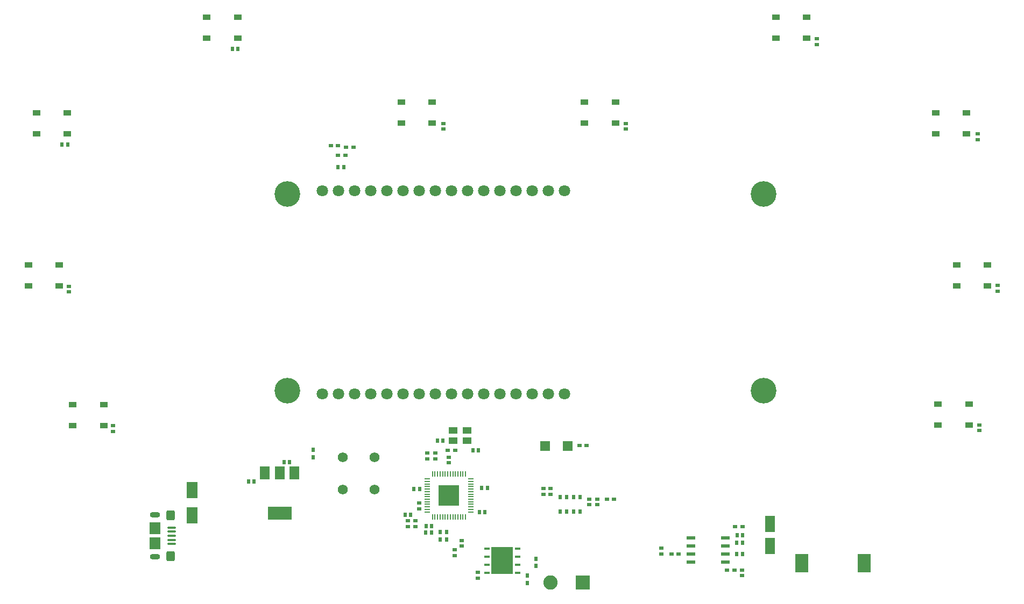
<source format=gbr>
%TF.GenerationSoftware,Altium Limited,Altium Designer,24.6.1 (21)*%
G04 Layer_Color=255*
%FSLAX45Y45*%
%MOMM*%
%TF.SameCoordinates,D6E34864-ACFE-43FA-A01B-F9739AC3D18D*%
%TF.FilePolarity,Positive*%
%TF.FileFunction,Pads,Top*%
%TF.Part,Single*%
G01*
G75*
%TA.AperFunction,SMDPad,CuDef*%
%ADD10R,0.17780X0.81280*%
%ADD11R,0.60000X0.75000*%
%ADD12R,0.60000X0.64000*%
%ADD13R,0.64000X0.60000*%
%ADD14R,0.75000X0.60000*%
%ADD15R,1.46050X0.55880*%
%ADD16R,1.60000X2.50000*%
%ADD17R,2.00000X3.00000*%
%ADD18R,1.24460X0.93980*%
%ADD19O,1.35000X0.40000*%
%ADD20R,1.80000X1.90000*%
G04:AMPARAMS|DCode=21|XSize=1.6mm|YSize=1.4mm|CornerRadius=0.35mm|HoleSize=0mm|Usage=FLASHONLY|Rotation=90.000|XOffset=0mm|YOffset=0mm|HoleType=Round|Shape=RoundedRectangle|*
%AMROUNDEDRECTD21*
21,1,1.60000,0.70000,0,0,90.0*
21,1,0.90000,1.40000,0,0,90.0*
1,1,0.70000,0.35000,0.45000*
1,1,0.70000,0.35000,-0.45000*
1,1,0.70000,-0.35000,-0.45000*
1,1,0.70000,-0.35000,0.45000*
%
%ADD21ROUNDEDRECTD21*%
%ADD22R,1.70000X2.50000*%
%ADD23R,1.50000X2.00000*%
%ADD24R,3.80000X2.00000*%
%ADD25R,0.81280X0.17780*%
%ADD26R,3.20040X3.20040*%
%ADD27R,0.96000X0.44000*%
%ADD28R,3.40000X4.30000*%
%ADD29R,1.50000X1.60000*%
%ADD30R,0.60960X0.71120*%
%ADD31R,1.40000X1.10000*%
%TA.AperFunction,ComponentPad*%
%ADD36C,4.05000*%
%ADD37C,1.80000*%
%ADD38O,1.60000X0.90000*%
%ADD39C,1.57480*%
%ADD40C,2.25000*%
%ADD41R,2.25000X2.25000*%
D10*
X-1098390Y4535650D02*
D03*
X-1298390D02*
D03*
X-1178390Y5216370D02*
D03*
X-858390D02*
D03*
X-898390D02*
D03*
X-938390D02*
D03*
X-978390D02*
D03*
X-1018390D02*
D03*
X-1058390D02*
D03*
X-1138390D02*
D03*
X-1218390D02*
D03*
X-1258390D02*
D03*
X-1298390D02*
D03*
X-1338390D02*
D03*
X-1378390D02*
D03*
Y4535650D02*
D03*
X-1338390D02*
D03*
X-1258390D02*
D03*
X-1218390D02*
D03*
X-1178390D02*
D03*
X-1138390D02*
D03*
X-1058390D02*
D03*
X-1018390D02*
D03*
X-978390D02*
D03*
X-938390D02*
D03*
X-898390D02*
D03*
X-858390D02*
D03*
X-1098390Y5216370D02*
D03*
D11*
X-1155700Y4299300D02*
D03*
Y4184300D02*
D03*
X-1257300Y4299300D02*
D03*
Y4184300D02*
D03*
X-3251990Y5478910D02*
D03*
Y5593910D02*
D03*
X113510Y3497710D02*
D03*
Y3612710D02*
D03*
X253210Y3764410D02*
D03*
Y3879410D02*
D03*
D12*
X-1397000Y4292600D02*
D03*
X-1485000D02*
D03*
X-1391100Y4394200D02*
D03*
X-1479100D02*
D03*
X3497610Y3948910D02*
D03*
X3409610D02*
D03*
X3497610Y4126710D02*
D03*
X3409610D02*
D03*
X3502087Y4244910D02*
D03*
X3414087D02*
D03*
X-4527890Y11911810D02*
D03*
X-4439890D02*
D03*
X-7207590Y10400510D02*
D03*
X-7119590D02*
D03*
X-4275689Y5097610D02*
D03*
X-4187689D02*
D03*
X-3714300Y5397500D02*
D03*
X-3626300D02*
D03*
X-655290Y5587210D02*
D03*
X-743290D02*
D03*
X-1302090Y5739610D02*
D03*
X-1214090D02*
D03*
X-1670390Y4977610D02*
D03*
X-1582390D02*
D03*
X-1809300Y4572000D02*
D03*
X-1721300D02*
D03*
X-603590Y4990310D02*
D03*
X-515590D02*
D03*
X-2864190Y10044910D02*
D03*
X-2776190D02*
D03*
X-641690Y4609310D02*
D03*
X-553690D02*
D03*
D13*
X2221710Y3955710D02*
D03*
Y4043710D02*
D03*
X3491710Y3612810D02*
D03*
Y3700810D02*
D03*
X7225510Y5898810D02*
D03*
Y5986810D02*
D03*
X7517610Y8095910D02*
D03*
Y8183910D02*
D03*
X7200110Y10483510D02*
D03*
Y10571510D02*
D03*
X4672810Y11982110D02*
D03*
Y12070110D02*
D03*
X1662910Y10648610D02*
D03*
Y10736610D02*
D03*
X-1207290Y10648610D02*
D03*
Y10736610D02*
D03*
X-7100090Y8083210D02*
D03*
Y8171210D02*
D03*
X-1118390Y5478810D02*
D03*
Y5390810D02*
D03*
X-1334290Y5454310D02*
D03*
Y5542310D02*
D03*
X-1461290D02*
D03*
Y5454310D02*
D03*
X-1588290Y4754910D02*
D03*
Y4666910D02*
D03*
X-1765300Y4476300D02*
D03*
Y4388300D02*
D03*
X-1651000D02*
D03*
Y4476300D02*
D03*
X-1028700Y3931100D02*
D03*
Y4019100D02*
D03*
X-922683Y4076110D02*
D03*
Y4164111D02*
D03*
X-661190Y3662710D02*
D03*
Y3574710D02*
D03*
X1218410Y4730410D02*
D03*
Y4818410D02*
D03*
X1091410Y4818410D02*
D03*
Y4730410D02*
D03*
X481810Y4983510D02*
D03*
Y4895510D02*
D03*
X367510Y4895510D02*
D03*
Y4983510D02*
D03*
X-6401590Y5974110D02*
D03*
Y5886110D02*
D03*
D14*
X2495110Y3948910D02*
D03*
X2380110D02*
D03*
X3256410Y3694910D02*
D03*
X3371410D02*
D03*
X3498410Y4380710D02*
D03*
X3383410D02*
D03*
X-1137790Y5587210D02*
D03*
X-1022790D02*
D03*
X932310Y5663410D02*
D03*
X1047310D02*
D03*
X1479110Y4812510D02*
D03*
X1364110D02*
D03*
X-2749990Y10235410D02*
D03*
X-2864990D02*
D03*
X-2622990Y10362410D02*
D03*
X-2737990D02*
D03*
X-2864290Y10387810D02*
D03*
X-2979290D02*
D03*
D15*
X2685895Y4202910D02*
D03*
Y4075910D02*
D03*
Y3948910D02*
D03*
Y3821910D02*
D03*
X3230725D02*
D03*
Y3948910D02*
D03*
Y4075910D02*
D03*
Y4202910D02*
D03*
D16*
X3936210Y4078710D02*
D03*
Y4428710D02*
D03*
D17*
X4431510Y3809210D02*
D03*
X5416510D02*
D03*
D18*
X7062950Y5981010D02*
D03*
Y6311010D02*
D03*
X6575270D02*
D03*
Y5981010D02*
D03*
X7355050Y8176910D02*
D03*
Y8506910D02*
D03*
X6867370D02*
D03*
Y8176910D02*
D03*
X6537170Y10576910D02*
D03*
Y10906910D02*
D03*
X7024850D02*
D03*
Y10576910D02*
D03*
X4510250Y12076910D02*
D03*
Y12406910D02*
D03*
X4022570D02*
D03*
Y12076910D02*
D03*
X1500350Y10743510D02*
D03*
Y11073510D02*
D03*
X1012670D02*
D03*
Y10743510D02*
D03*
X-1382550D02*
D03*
Y11073510D02*
D03*
X-1870230D02*
D03*
Y10743510D02*
D03*
X-4443250Y12077010D02*
D03*
Y12407010D02*
D03*
X-4930930D02*
D03*
Y12077010D02*
D03*
X-7122950Y10576910D02*
D03*
Y10906910D02*
D03*
X-7610630D02*
D03*
Y10576910D02*
D03*
X-7249950Y8176910D02*
D03*
Y8506910D02*
D03*
X-7737630D02*
D03*
Y8176910D02*
D03*
X-6551450Y5976910D02*
D03*
Y6306910D02*
D03*
X-7039130D02*
D03*
Y5976910D02*
D03*
D19*
X-5478690Y4176010D02*
D03*
Y4111010D02*
D03*
Y4371011D02*
D03*
Y4306010D02*
D03*
Y4241010D02*
D03*
D20*
X-5746190Y4361010D02*
D03*
Y4121010D02*
D03*
D21*
X-5501190Y4561010D02*
D03*
Y3921010D02*
D03*
D22*
X-5156990Y4961710D02*
D03*
Y4561710D02*
D03*
D23*
X-3554600Y5229900D02*
D03*
X-3784600D02*
D03*
X-4014600D02*
D03*
D24*
X-3784600Y4599900D02*
D03*
D25*
X-778030Y4616010D02*
D03*
Y4656010D02*
D03*
Y4696010D02*
D03*
Y4736010D02*
D03*
Y4776010D02*
D03*
Y4816010D02*
D03*
Y4856010D02*
D03*
Y4896010D02*
D03*
Y4936010D02*
D03*
Y4976010D02*
D03*
Y5016010D02*
D03*
Y5056010D02*
D03*
Y5096010D02*
D03*
Y5136010D02*
D03*
X-1458750D02*
D03*
Y5096010D02*
D03*
Y5056010D02*
D03*
Y5016010D02*
D03*
Y4976010D02*
D03*
Y4936010D02*
D03*
Y4896010D02*
D03*
Y4856010D02*
D03*
Y4816010D02*
D03*
Y4776010D02*
D03*
Y4736010D02*
D03*
Y4696010D02*
D03*
Y4656010D02*
D03*
Y4616010D02*
D03*
D26*
X-1118390Y4876010D02*
D03*
D27*
X-518190Y3656810D02*
D03*
Y3783810D02*
D03*
Y3910810D02*
D03*
Y4037810D02*
D03*
X-42190D02*
D03*
Y3910810D02*
D03*
Y3783810D02*
D03*
Y3656810D02*
D03*
D28*
X-280190Y3847310D02*
D03*
D29*
X750710Y5650710D02*
D03*
X390710D02*
D03*
D30*
X944110Y4623280D02*
D03*
X839110D02*
D03*
X734110D02*
D03*
X629110D02*
D03*
Y4849340D02*
D03*
X734110D02*
D03*
X839110D02*
D03*
X944110D02*
D03*
D31*
X-830590Y5735810D02*
D03*
X-1050590Y5895810D02*
D03*
X-830590D02*
D03*
X-1050590Y5735810D02*
D03*
D36*
X3834610Y9627010D02*
D03*
X-3665390D02*
D03*
X3834610Y6527010D02*
D03*
X-3665390D02*
D03*
D37*
X694610Y6477010D02*
D03*
X440610D02*
D03*
X186610D02*
D03*
X-67390D02*
D03*
X-321390D02*
D03*
X-575390D02*
D03*
X-829390D02*
D03*
X-1083390D02*
D03*
X-1337390D02*
D03*
X-1591390D02*
D03*
X-1845390D02*
D03*
X-2099390D02*
D03*
X-2353390D02*
D03*
X-2607390D02*
D03*
X-2861390D02*
D03*
X-3115390D02*
D03*
X694610Y9677010D02*
D03*
X440610D02*
D03*
X186610D02*
D03*
X-67390D02*
D03*
X-321390D02*
D03*
X-575390D02*
D03*
X-829390D02*
D03*
X-1083390D02*
D03*
X-1337390D02*
D03*
X-1591390D02*
D03*
X-1845390D02*
D03*
X-2099390D02*
D03*
X-2353390D02*
D03*
X-2607390D02*
D03*
X-2861390D02*
D03*
X-3115390D02*
D03*
D38*
X-5746190Y4571010D02*
D03*
Y3911010D02*
D03*
D39*
X-2786790Y4972911D02*
D03*
X-2286790D02*
D03*
Y5472910D02*
D03*
X-2786790D02*
D03*
D40*
X481810Y3504410D02*
D03*
D41*
X981810D02*
D03*
%TF.MD5,eb740965efb80298d7b2429625fc4f12*%
M02*

</source>
